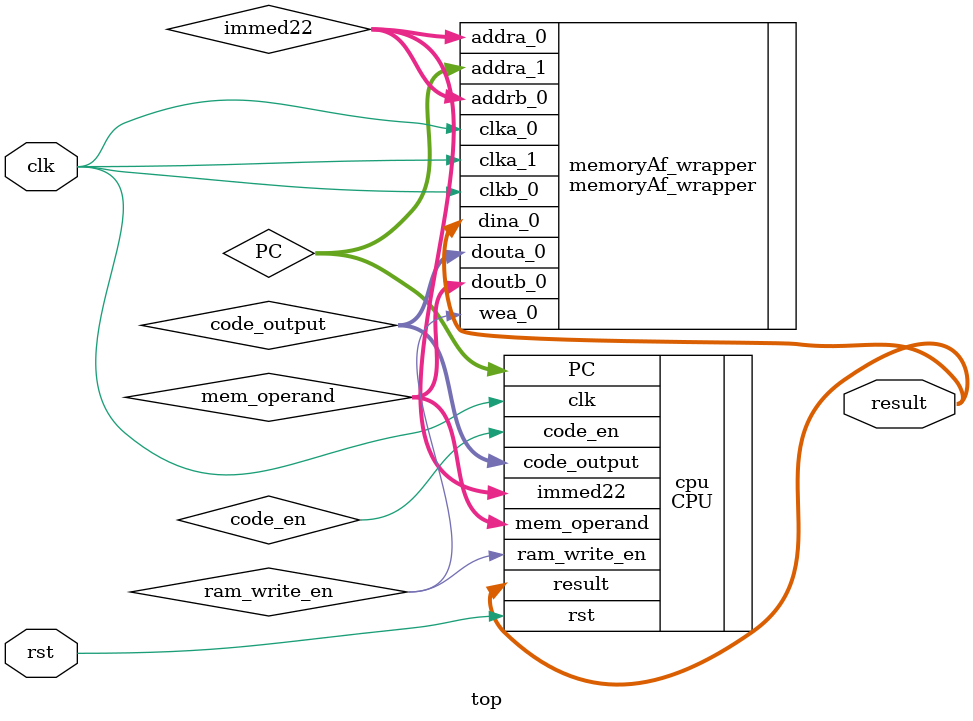
<source format=v>
`timescale 1ns / 1ps

module top(
        input clk,
        input rst,
        output [32:0]result
    );

    wire [31:0]code_output;        //memory
    wire [31:0]mem_operand;
    wire [21:0]immed22;
    wire [31:0]PC;
    wire ram_write_en;
    wire code_en;

    CPU cpu(
        .clk(clk),
        .rst(rst),
        .code_output(code_output),
        .mem_operand(mem_operand),
        .immed22(immed22),
        .PC(PC),
        .ram_write_en(ram_write_en),
        .code_en(code_en),
        .result(result)
        );
    
    memoryAf_wrapper memoryAf_wrapper(
        .addra_0(immed22),
        .addra_1(PC),
        .addrb_0(immed22),
        .clka_0(clk),
        .clka_1(clk),
        .clkb_0(clk),
        .dina_0(result),
        .douta_0(code_output),
        .doutb_0(mem_operand),
        .wea_0(ram_write_en)
        );


//wire [4:0] opcode;
//wire [4:0]rdst;
//wire [4:0] rs1;
//wire IMM_op;
//wire [4:0] rs2;
//wire [22:0] immed23;
//wire [21:0] immed22;
//wire [16:0] immed17;
//wire [15:0] immed16;
//wire [3:0] cond;
//wire [31:0] operand1;
//wire [31:0] operand2;
//wire [31:0] operandoutram;
//wire outdata1;
//wire outdata2;
//wire outdataram;
//wire write_data;
////wire [31:0] result;
//wire C;
//wire PCInc;
//wire branch_en;
//wire [31:0] PC;
//wire [31:0] op_immed23;
//wire code_en;
//wire [31:0] code_output;
//wire [31:0] IR;
//wire [31:0] pc_reg_val;
//wire [31:0] jmp_16adrr;
//wire ram_read_en;
//wire [31:0] mem_operand;
//wire ram_write_en;



//wire b_add;          //Control bits fçor ALU
//wire b_sub;
//wire b_and;
//wire b_or;
//wire b_xor;
//wire b_not;
//wire b_cmp;
//wire b_ld;
//wire b_st;

//control_unit ctrl_unit (
//        .clk(clk),
//        .rst(rst),
//        .opcode(opcode),
//        .IMM_op (IMM_op),
//        .ram_write_en(ram_write_en),
//        .ram_read_en(ram_read_en),
//        .branch_en (branch_en),
//        .IRLoad(IRLoad),
//        .PCinc(PCinc),
//        .PCLoad(PCLoad),
//        .outdata1(outdata1),
//        .outdata2(outdata2),
//         .outdataram(outdataram),
//        .write_data(write_data),
//        .code_en(code_en),
//        .b_add(b_add),
//        .b_sub(b_sub),
//        .b_and(b_and),
//        .b_or(b_or),
//        .b_xor(b_xor),
//        .b_not(b_not),
//        .b_cmp(b_cmp),
//        .b_ld(b_ld),
//        .b_st(b_st)
// );

//datapath data_path  (

//          .clock(clk),
//          .reset(rst),
//          .IRLoad(IRLoad),
//          .PCLoad(PCLoad),
//          .PCinc(PCinc),
//          .IR(IR),
//          .opcode(opcode),
//          .rdst(rdst),
//          .rs1(rs1),
//          .IMM_op(IMM_op),
//          .rs2(rs2),
//          .immed23(immed23),
//          .immed22(immed22),
//          .immed17(immed17),
//          .immed16(immed16),
//          .cond(cond)
//          );
          
//ALU arith_logic_unit (

//          .clock(clk),
//          .reset(rst),
//          .opcode(opcode),
//          .rdst(rdst),
//          .rs1(rs1),
//          .IMM_op(IMM_op),
//          .rs2(rs2),
//          .immed23(immed23),
//          .immed22(immed22),
//          .immed17(immed17),
//          .immed16(immed16),
//          .cond(cond),
//          .operand1(operand1),
//          .operand2(operand2),
//          .operandoutram(operandoutram),
//          .mem_operand(mem_operand),
//          .b_add(b_add),
//          .b_sub(b_sub),
//          .b_and(b_and),
//          .b_or(b_or),
//          .b_xor(b_xor),
//          .b_not(b_not),
//          .b_cmp(b_cmp),
//          .b_ld(b_ld),
//          .b_st(b_st),
//          .op_immed23(op_immed23),
//          .result(result)
//);
        
//register_bank register_bank (
//           .clock(clk),
//           .reset(rst),
//           .write_data(write_data),
//           .outdata1(outdata1),
//           .outdata2(outdata2),
//           .outdataram(outdataram),
//           .rs1(rs1),
//           .rs2(rs2),
//           .rdst(rdst),
//           .in_data(result),
//           .PCLoad(PCLoad),
//           .pc_reg_val(pc_reg_val),
//           .operand1(operand1),
//           .operand2(operand2),
//           .operandoutram(operandoutram)
//           );
          

           
//Program_Counter Program_Counter(
//    .clk(clk),
//    .rst(rst),
//    .PCinc(PCinc),
//    .PCLoad(PCLoad),
//    .op_immed23(op_immed23),
//    .branch_en(branch_en),
//    .jmp_16adrr(jmp_16adrr),
//    .pc_reg_val(pc_reg_val),
//    .PC(PC)
//    );
    

//Instruction_Register Instruction_Register(
//   .rst(rst),
//   .clk(clk),
//   .IRLoad(IRLoad),
//   .code_output(code_output),
//   .jmp_16adrr(jmp_16adrr),
//   .IR(IR)
//);    

 
endmodule

</source>
